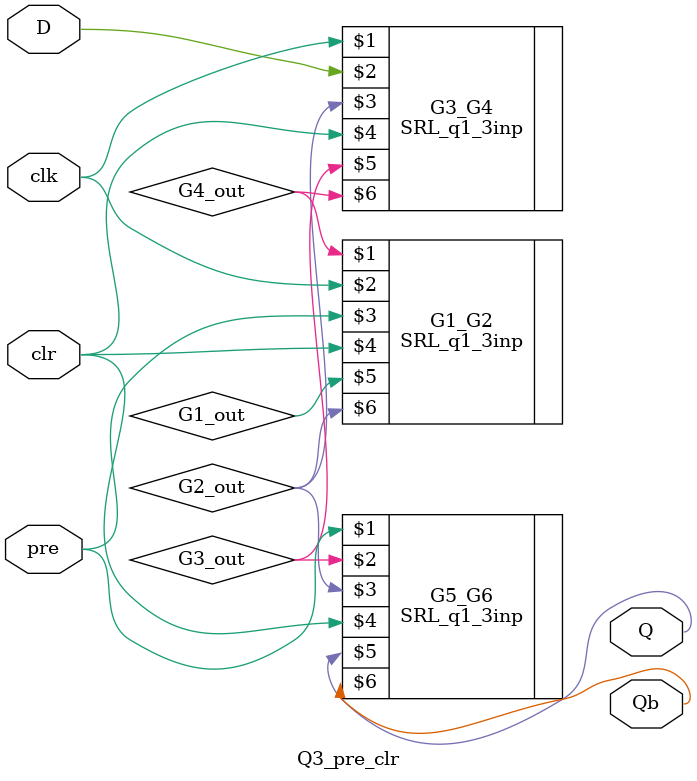
<source format=sv>
module Q3_pre_clr(input D, clk, pre, clr, output Q, Qb);
    wire G1_out, G2_out, G3_out, G4_out;
    SRL_q1_3inp G1_G2(G4_out, clk, pre, clr, G1_out, G2_out);
    SRL_q1_3inp G3_G4(clk, D, G2_out, clr, G3_out, G4_out);
    SRL_q1_3inp G5_G6(pre, G3_out, G2_out, clr, Q, Qb);
endmodule
</source>
